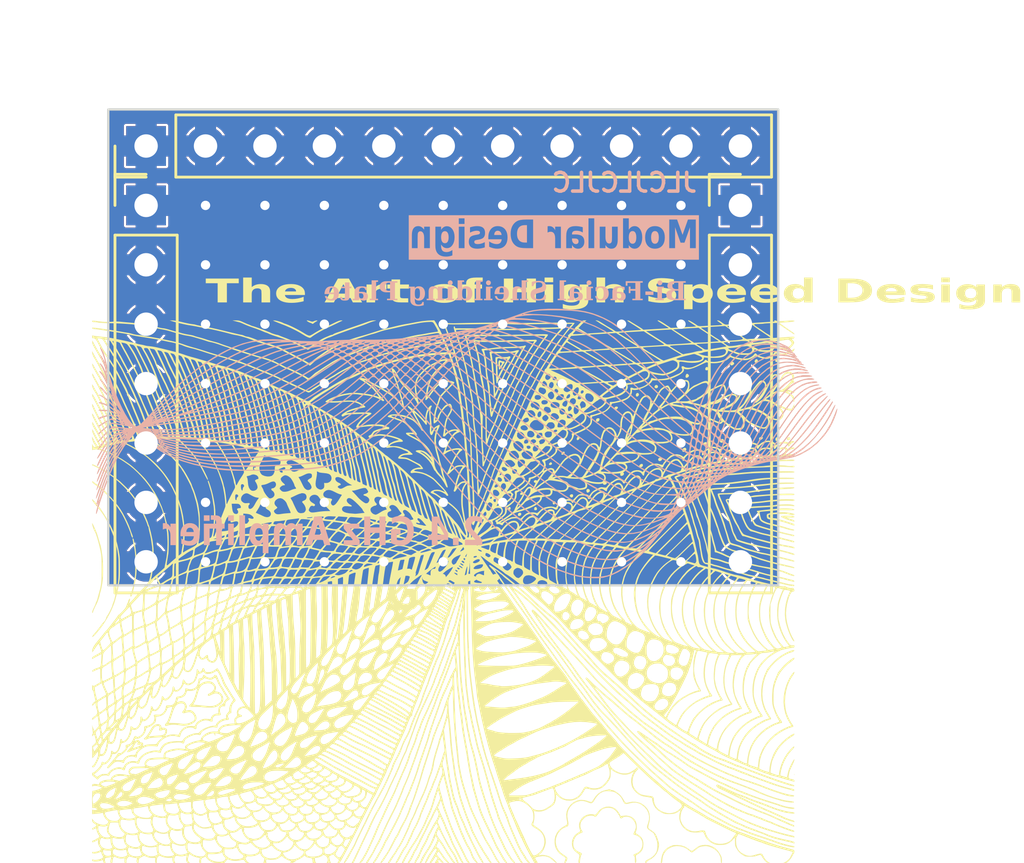
<source format=kicad_pcb>
(kicad_pcb (version 20221018) (generator pcbnew)
  (layers (0 "F.Cu" signal) (31 "B.Cu" signal) (34 "B.Paste" user) (35 "F.Paste" user) (36 "B.SilkS" user "B.Silkscreen") (37 "F.SilkS" user "F.Silkscreen") (38 "B.Mask" user) (39 "F.Mask" user) (44 "Edge.Cuts" user))
  (net 0 "")
  (net 1 "GND")
  (footprint "Connector_PinHeader_2.54mm:PinHeader_1x07_P2.54mm_Vertical" (layer "F.Cu") (at 125.893 85.1026)
    (fp_text reference "J3" hide)
    (fp_text value "Conn_01x07_Pin")
    (pad "1" thru_hole rect (at 0 0) (size 1.7 1.7) (drill 1) (layers "*.Cu" "*.Mask") (net 1 "GND"))
    (pad "2" thru_hole oval (at 0 2.54) (size 1.7 1.7) (drill 1) (layers "*.Cu" "*.Mask") (net 1 "GND"))
    (pad "3" thru_hole oval (at 0 5.08) (size 1.7 1.7) (drill 1) (layers "*.Cu" "*.Mask") (net 1 "GND"))
    (pad "4" thru_hole oval (at 0 7.62) (size 1.7 1.7) (drill 1) (layers "*.Cu" "*.Mask") (net 1 "GND"))
    (pad "5" thru_hole oval (at 0 10.16) (size 1.7 1.7) (drill 1) (layers "*.Cu" "*.Mask") (net 1 "GND"))
    (pad "6" thru_hole oval (at 0 12.7) (size 1.7 1.7) (drill 1) (layers "*.Cu" "*.Mask") (net 1 "GND"))
    (pad "7" thru_hole oval (at 0 15.24) (size 1.7 1.7) (drill 1) (layers "*.Cu" "*.Mask") (net 1 "GND"))
  )
  (footprint "LOGO" (layer "F.Cu") (at 138.593 101.6126)
    (fp_text reference "G***" (at 0 0) (layer "F.SilkS") (effects (font (size 1.5 1.5) (thickness 0.3))))
    (fp_text value "LOGO" hide)
  )
  (footprint "Connector_PinHeader_2.54mm:PinHeader_1x07_P2.54mm_Vertical" (layer "F.Cu") (at 151.293 85.1026)
    (fp_text reference "J2" hide)
    (fp_text value "Conn_01x07_Pin")
    (pad "1" thru_hole rect (at 0 0) (size 1.7 1.7) (drill 1) (layers "*.Cu" "*.Mask") (net 1 "GND"))
    (pad "2" thru_hole oval (at 0 2.54) (size 1.7 1.7) (drill 1) (layers "*.Cu" "*.Mask") (net 1 "GND"))
    (pad "3" thru_hole oval (at 0 5.08) (size 1.7 1.7) (drill 1) (layers "*.Cu" "*.Mask") (net 1 "GND"))
    (pad "4" thru_hole oval (at 0 7.62) (size 1.7 1.7) (drill 1) (layers "*.Cu" "*.Mask") (net 1 "GND"))
    (pad "5" thru_hole oval (at 0 10.16) (size 1.7 1.7) (drill 1) (layers "*.Cu" "*.Mask") (net 1 "GND"))
    (pad "6" thru_hole oval (at 0 12.7) (size 1.7 1.7) (drill 1) (layers "*.Cu" "*.Mask") (net 1 "GND"))
    (pad "7" thru_hole oval (at 0 15.24) (size 1.7 1.7) (drill 1) (layers "*.Cu" "*.Mask") (net 1 "GND"))
  )
  (footprint "Connector_PinHeader_2.54mm:PinHeader_1x11_P2.54mm_Vertical" (layer "F.Cu") (at 125.893 82.5626 90)
    (fp_text reference "J1" hide)
    (fp_text value "Conn_01x11_Pin")
    (pad "1" thru_hole rect (at 0 0 90) (size 1.7 1.7) (drill 1) (layers "*.Cu" "*.Mask") (net 1 "GND"))
    (pad "2" thru_hole oval (at 0 2.54 90) (size 1.7 1.7) (drill 1) (layers "*.Cu" "*.Mask") (net 1 "GND"))
    (pad "3" thru_hole oval (at 0 5.08 90) (size 1.7 1.7) (drill 1) (layers "*.Cu" "*.Mask") (net 1 "GND"))
    (pad "4" thru_hole oval (at 0 7.62 90) (size 1.7 1.7) (drill 1) (layers "*.Cu" "*.Mask") (net 1 "GND"))
    (pad "5" thru_hole oval (at 0 10.16 90) (size 1.7 1.7) (drill 1) (layers "*.Cu" "*.Mask") (net 1 "GND"))
    (pad "6" thru_hole oval (at 0 12.7 90) (size 1.7 1.7) (drill 1) (layers "*.Cu" "*.Mask") (net 1 "GND"))
    (pad "7" thru_hole oval (at 0 15.24 90) (size 1.7 1.7) (drill 1) (layers "*.Cu" "*.Mask") (net 1 "GND"))
    (pad "8" thru_hole oval (at 0 17.78 90) (size 1.7 1.7) (drill 1) (layers "*.Cu" "*.Mask") (net 1 "GND"))
    (pad "9" thru_hole oval (at 0 20.32 90) (size 1.7 1.7) (drill 1) (layers "*.Cu" "*.Mask") (net 1 "GND"))
    (pad "10" thru_hole oval (at 0 22.86 90) (size 1.7 1.7) (drill 1) (layers "*.Cu" "*.Mask") (net 1 "GND"))
    (pad "11" thru_hole oval (at 0 25.4 90) (size 1.7 1.7) (drill 1) (layers "*.Cu" "*.Mask") (net 1 "GND"))
  )
  (footprint "LOGO" (layer "B.Cu") (at 129.703 84.8486)
    (fp_text reference "G***" hide)
    (fp_text value "LOGO" hide)
  )
  (footprint "LOGO" (layer "B.Cu") (at 139.609 95.2626 180)
    (fp_text reference "G***" hide)
    (fp_text value "LOGO" hide)
  )
  (footprint "LOGO" (layer "B.Cu") (at 134.783 86.3726 180)
    (fp_text reference "G***" hide)
    (fp_text value "LOGO" hide)
  )
  (gr_rect (start 124.278 81.0006) (end 152.908 101.346) (stroke (width 0.1)) (fill none) (layer "Edge.Cuts"))
  (gr_text "JLCJLCJLC" (at 149.515 84.5946) (layer "B.SilkS") (effects (font (size 0.8 0.8)) (justify left bottom mirror)))
  (gr_text "Modular Design" (at 149.515 87.1346) (layer "B.SilkS" knockout) (effects (font (size 1.2 1) (thickness 0.175) bold) (justify left bottom mirror)))
  (gr_text "2.4 GHz Amplifier" (at 140.371 99.8346) (layer "B.SilkS") (effects (font (size 1.2 1) (thickness 0.175) bold) (justify left bottom mirror)))
  (gr_text "Bi-Facial Sheilding Plate" (at 149.007 89.2936) (layer "B.SilkS") (effects (font (size 0.8 0.8) (thickness 0.175) bold) (justify left bottom mirror)))
  (gr_text "The Art of High Speed Design" (at 128.433 89.4206) (layer "F.SilkS") (effects (font (size 1 1.5) (thickness 0.25) bold) (justify left bottom)))
  (via (at 141.133 85.1026) (size 0.8) (drill 0.4) (layers "F.Cu" "B.Cu") (net 1))
  (via (at 138.593 87.6426) (size 0.8) (drill 0.4) (layers "F.Cu" "B.Cu") (net 1))
  (via (at 128.433 92.7226) (size 0.8) (drill 0.4) (layers "F.Cu" "B.Cu") (net 1))
  (via (at 146.213 90.1826) (size 0.8) (drill 0.4) (layers "F.Cu" "B.Cu") (net 1))
  (via (at 128.433 90.1826) (size 0.8) (drill 0.4) (layers "F.Cu" "B.Cu") (net 1))
  (via (at 146.213 87.6426) (size 0.8) (drill 0.4) (layers "F.Cu" "B.Cu") (net 1))
  (via (at 136.053 95.2626) (size 0.8) (drill 0.4) (layers "F.Cu" "B.Cu") (net 1))
  (via (at 143.673 92.7226) (size 0.8) (drill 0.4) (layers "F.Cu" "B.Cu") (net 1))
  (via (at 133.513 92.7226) (size 0.8) (drill 0.4) (layers "F.Cu" "B.Cu") (net 1))
  (via (at 143.673 90.1826) (size 0.8) (drill 0.4) (layers "F.Cu" "B.Cu") (net 1))
  (via (at 148.753 92.7226) (size 0.8) (drill 0.4) (layers "F.Cu" "B.Cu") (net 1))
  (via (at 143.673 85.1026) (size 0.8) (drill 0.4) (layers "F.Cu" "B.Cu") (net 1))
  (via (at 136.053 100.3426) (size 0.8) (drill 0.4) (layers "F.Cu" "B.Cu") (net 1))
  (via (at 146.213 95.2626) (size 0.8) (drill 0.4) (layers "F.Cu" "B.Cu") (net 1))
  (via (at 130.973 95.2626) (size 0.8) (drill 0.4) (layers "F.Cu" "B.Cu") (net 1))
  (via (at 128.433 85.1026) (size 0.8) (drill 0.4) (layers "F.Cu" "B.Cu") (net 1))
  (via (at 130.973 92.7226) (size 0.8) (drill 0.4) (layers "F.Cu" "B.Cu") (net 1))
  (via (at 143.673 97.8026) (size 0.8) (drill 0.4) (layers "F.Cu" "B.Cu") (net 1))
  (via (at 136.053 97.8026) (size 0.8) (drill 0.4) (layers "F.Cu" "B.Cu") (net 1))
  (via (at 130.973 90.1826) (size 0.8) (drill 0.4) (layers "F.Cu" "B.Cu") (net 1))
  (via (at 136.053 90.1826) (size 0.8) (drill 0.4) (layers "F.Cu" "B.Cu") (net 1))
  (via (at 136.053 87.6426) (size 0.8) (drill 0.4) (layers "F.Cu" "B.Cu") (net 1))
  (via (at 141.133 92.7226) (size 0.8) (drill 0.4) (layers "F.Cu" "B.Cu") (net 1))
  (via (at 148.753 87.6426) (size 0.8) (drill 0.4) (layers "F.Cu" "B.Cu") (net 1))
  (via (at 141.133 100.3426) (size 0.8) (drill 0.4) (layers "F.Cu" "B.Cu") (net 1))
  (via (at 130.973 87.6426) (size 0.8) (drill 0.4) (layers "F.Cu" "B.Cu") (net 1))
  (via (at 148.753 100.3426) (size 0.8) (drill 0.4) (layers "F.Cu" "B.Cu") (net 1))
  (via (at 138.593 95.2626) (size 0.8) (drill 0.4) (layers "F.Cu" "B.Cu") (net 1))
  (via (at 143.673 100.3426) (size 0.8) (drill 0.4) (layers "F.Cu" "B.Cu") (net 1))
  (via (at 148.753 97.8026) (size 0.8) (drill 0.4) (layers "F.Cu" "B.Cu") (net 1))
  (via (at 133.513 85.1026) (size 0.8) (drill 0.4) (layers "F.Cu" "B.Cu") (net 1))
  (via (at 128.433 100.3426) (size 0.8) (drill 0.4) (layers "F.Cu" "B.Cu") (net 1))
  (via (at 138.593 85.1026) (size 0.8) (drill 0.4) (layers "F.Cu" "B.Cu") (net 1))
  (via (at 136.053 85.1026) (size 0.8) (drill 0.4) (layers "F.Cu" "B.Cu") (net 1))
  (via (at 133.513 90.1826) (size 0.8) (drill 0.4) (layers "F.Cu" "B.Cu") (net 1))
  (via (at 130.973 100.3426) (size 0.8) (drill 0.4) (layers "F.Cu" "B.Cu") (net 1))
  (via (at 148.753 95.2626) (size 0.8) (drill 0.4) (layers "F.Cu" "B.Cu") (net 1))
  (via (at 133.513 100.3426) (size 0.8) (drill 0.4) (layers "F.Cu" "B.Cu") (net 1))
  (via (at 146.213 100.3426) (size 0.8) (drill 0.4) (layers "F.Cu" "B.Cu") (net 1))
  (via (at 130.973 97.8026) (size 0.8) (drill 0.4) (layers "F.Cu" "B.Cu") (net 1))
  (via (at 130.973 85.1026) (size 0.8) (drill 0.4) (layers "F.Cu" "B.Cu") (net 1))
  (via (at 143.673 95.2626) (size 0.8) (drill 0.4) (layers "F.Cu" "B.Cu") (net 1))
  (via (at 146.213 97.8026) (size 0.8) (drill 0.4) (layers "F.Cu" "B.Cu") (net 1))
  (via (at 141.133 90.1826) (size 0.8) (drill 0.4) (layers "F.Cu" "B.Cu") (net 1))
  (via (at 133.513 95.2626) (size 0.8) (drill 0.4) (layers "F.Cu" "B.Cu") (net 1))
  (via (at 138.593 100.3426) (size 0.8) (drill 0.4) (layers "F.Cu" "B.Cu") (net 1))
  (via (at 141.133 95.2626) (size 0.8) (drill 0.4) (layers "F.Cu" "B.Cu") (net 1))
  (via (at 141.133 87.6426) (size 0.8) (drill 0.4) (layers "F.Cu" "B.Cu") (net 1))
  (via (at 128.433 97.8026) (size 0.8) (drill 0.4) (layers "F.Cu" "B.Cu") (net 1))
  (via (at 138.593 90.1826) (size 0.8) (drill 0.4) (layers "F.Cu" "B.Cu") (net 1))
  (via (at 128.433 95.2626) (size 0.8) (drill 0.4) (layers "F.Cu" "B.Cu") (net 1))
  (via (at 133.513 87.6426) (size 0.8) (drill 0.4) (layers "F.Cu" "B.Cu") (net 1))
  (via (at 136.053 92.7226) (size 0.8) (drill 0.4) (layers "F.Cu" "B.Cu") (net 1))
  (via (at 138.593 92.7226) (size 0.8) (drill 0.4) (layers "F.Cu" "B.Cu") (net 1))
  (via (at 146.213 92.7226) (size 0.8) (drill 0.4) (layers "F.Cu" "B.Cu") (net 1))
  (via (at 128.433 87.6426) (size 0.8) (drill 0.4) (layers "F.Cu" "B.Cu") (net 1))
  (via (at 146.213 85.1026) (size 0.8) (drill 0.4) (layers "F.Cu" "B.Cu") (net 1))
  (via (at 148.753 90.1826) (size 0.8) (drill 0.4) (layers "F.Cu" "B.Cu") (net 1))
  (via (at 133.513 97.8026) (size 0.8) (drill 0.4) (layers "F.Cu" "B.Cu") (net 1))
  (via (at 148.753 85.1026) (size 0.8) (drill 0.4) (layers "F.Cu" "B.Cu") (net 1))
  (via (at 143.673 87.6426) (size 0.8) (drill 0.4) (layers "F.Cu" "B.Cu") (net 1))
  (via (at 141.133 97.8026) (size 0.8) (drill 0.4) (layers "F.Cu" "B.Cu") (net 1))
  (via (at 138.593 97.8026) (size 0.8) (drill 0.4) (layers "F.Cu" "B.Cu") (net 1))
  (via (at 143.673 100.3426) (size 0.8) (drill 0.4) (layers "F.Cu" "B.Cu") (net 1))
  (zone (net 1) (net_name "GND") (layers "F&B.Cu") (connect_pads (clearance 0)) (min_thickness 0.2) (fill yes (thermal_gap 0.1) (thermal_bridge_width 0.9) (island_removal_mode 1) (island_area_min 10))
    (polygon (pts (xy 124.2822 101.3206) (xy 152.908 101.346) (xy 152.908 81.0006) (xy 124.2822 81.0006)))
  )
)
</source>
